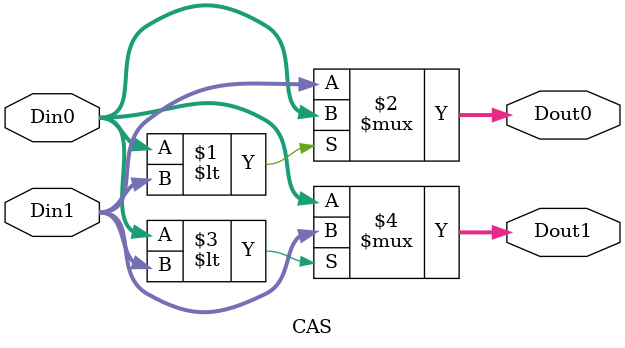
<source format=v>
`timescale 1ns / 1ps


module CAS(
    Din0,
    Din1,
    Dout0,
    Dout1
);
/*******************************************************************************/
/*                              Parameter                                      */
/*******************************************************************************/
parameter PM_WIDTH = 8;
/*******************************************************************************/
/*                              IO Direction                                   */
/*******************************************************************************/
input  [PM_WIDTH-1:0] Din0;
input  [PM_WIDTH-1:0] Din1;
output [PM_WIDTH-1:0] Dout0;
output [PM_WIDTH-1:0] Dout1;
/*******************************************************************************/
/*                              Signal Declaration                             */
/*******************************************************************************/
/*******************************************************************************/
/*                              Instance                                       */
/*******************************************************************************/
/*******************************************************************************/
/*                              Logic                                          */
/*******************************************************************************/
assign Dout0 = Din0 < Din1 ? Din0 : Din1;
assign Dout1 = Din0 < Din1 ? Din1 : Din0;
endmodule

</source>
